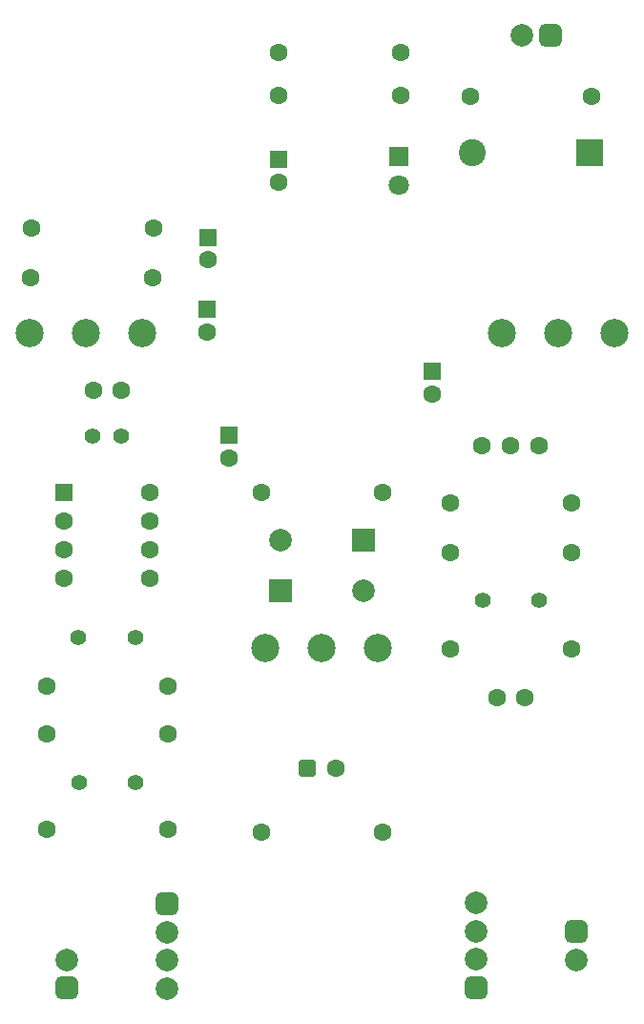
<source format=gbr>
%TF.GenerationSoftware,KiCad,Pcbnew,9.0.2*%
%TF.CreationDate,2025-07-08T13:26:24-05:00*%
%TF.ProjectId,Large Mouse Distortion,4c617267-6520-44d6-9f75-736520446973,rev?*%
%TF.SameCoordinates,Original*%
%TF.FileFunction,Soldermask,Top*%
%TF.FilePolarity,Negative*%
%FSLAX46Y46*%
G04 Gerber Fmt 4.6, Leading zero omitted, Abs format (unit mm)*
G04 Created by KiCad (PCBNEW 9.0.2) date 2025-07-08 13:26:24*
%MOMM*%
%LPD*%
G01*
G04 APERTURE LIST*
G04 Aperture macros list*
%AMRoundRect*
0 Rectangle with rounded corners*
0 $1 Rounding radius*
0 $2 $3 $4 $5 $6 $7 $8 $9 X,Y pos of 4 corners*
0 Add a 4 corners polygon primitive as box body*
4,1,4,$2,$3,$4,$5,$6,$7,$8,$9,$2,$3,0*
0 Add four circle primitives for the rounded corners*
1,1,$1+$1,$2,$3*
1,1,$1+$1,$4,$5*
1,1,$1+$1,$6,$7*
1,1,$1+$1,$8,$9*
0 Add four rect primitives between the rounded corners*
20,1,$1+$1,$2,$3,$4,$5,0*
20,1,$1+$1,$4,$5,$6,$7,0*
20,1,$1+$1,$6,$7,$8,$9,0*
20,1,$1+$1,$8,$9,$2,$3,0*%
G04 Aperture macros list end*
%ADD10C,1.600000*%
%ADD11C,2.000000*%
%ADD12R,2.000000X2.000000*%
%ADD13RoundRect,0.500000X-0.500000X0.500000X-0.500000X-0.500000X0.500000X-0.500000X0.500000X0.500000X0*%
%ADD14R,1.600000X1.600000*%
%ADD15R,1.800000X1.800000*%
%ADD16C,1.800000*%
%ADD17C,1.400000*%
%ADD18RoundRect,0.500000X0.500000X-0.500000X0.500000X0.500000X-0.500000X0.500000X-0.500000X-0.500000X0*%
%ADD19C,2.400000*%
%ADD20R,2.400000X2.400000*%
%ADD21RoundRect,0.500000X0.500000X0.500000X-0.500000X0.500000X-0.500000X-0.500000X0.500000X-0.500000X0*%
%ADD22RoundRect,0.400000X0.400000X0.400000X-0.400000X0.400000X-0.400000X-0.400000X0.400000X-0.400000X0*%
%ADD23C,2.500000*%
G04 APERTURE END LIST*
D10*
%TO.C,R17*%
X54168000Y109118400D03*
X43368000Y109118400D03*
%TD*%
%TO.C,R6*%
X41590000Y68681600D03*
X52390000Y68681600D03*
%TD*%
D11*
%TO.C,D2*%
X33926000Y65252600D03*
D12*
X26526000Y65252600D03*
%TD*%
D13*
%TO.C,J1*%
X16510000Y37492000D03*
D11*
X16510000Y34992000D03*
X16510000Y32492000D03*
X16510000Y29992000D03*
%TD*%
D10*
%TO.C,R18*%
X26400800Y109220000D03*
X37200800Y109220000D03*
%TD*%
%TO.C,R19*%
X24826000Y43815000D03*
X35626000Y43815000D03*
%TD*%
D14*
%TO.C,U1*%
X7366000Y74011400D03*
D10*
X7366000Y71471400D03*
X7366000Y68931400D03*
X7366000Y66391400D03*
X14986000Y66391400D03*
X14986000Y68931400D03*
X14986000Y71471400D03*
X14986000Y74011400D03*
%TD*%
D14*
%TO.C,C1*%
X20015200Y90204800D03*
D10*
X20015200Y88204800D03*
%TD*%
D15*
%TO.C,C10*%
X37058600Y103764400D03*
D16*
X37058600Y101264400D03*
%TD*%
D10*
%TO.C,R20*%
X37200800Y113030000D03*
X26400800Y113030000D03*
%TD*%
D14*
%TO.C,C5*%
X20116800Y96605600D03*
D10*
X20116800Y94605600D03*
%TD*%
D17*
%TO.C,C6*%
X13716000Y61087000D03*
X8636000Y61087000D03*
%TD*%
D11*
%TO.C,D1*%
X26526000Y69723000D03*
D12*
X33926000Y69723000D03*
%TD*%
D10*
%TO.C,R1*%
X15204400Y93014800D03*
X4404400Y93014800D03*
%TD*%
%TO.C,R7*%
X52390000Y73064990D03*
X41590000Y73064990D03*
%TD*%
%TO.C,R2*%
X15280600Y97459800D03*
X4480600Y97459800D03*
%TD*%
D17*
%TO.C,C4*%
X13676000Y48285400D03*
X8676000Y48285400D03*
%TD*%
D10*
%TO.C,R8*%
X16576000Y44119800D03*
X5776000Y44119800D03*
%TD*%
%TO.C,R12*%
X5776000Y52578000D03*
X16576000Y52578000D03*
%TD*%
%TO.C,C8*%
X48240000Y55753000D03*
X45740000Y55753000D03*
%TD*%
%TO.C,R3*%
X24826000Y73990200D03*
X35626000Y73990200D03*
%TD*%
D18*
%TO.C,J2*%
X43942000Y30072000D03*
D11*
X43942000Y32572000D03*
X43942000Y35072000D03*
X43942000Y37572000D03*
%TD*%
D13*
%TO.C,J5*%
X52832000Y35012000D03*
D11*
X52832000Y32512000D03*
%TD*%
D10*
%TO.C,R4*%
X52390000Y60121800D03*
X41590000Y60121800D03*
%TD*%
D19*
%TO.C,D4*%
X43588000Y104140000D03*
D20*
X53948000Y104140000D03*
%TD*%
D14*
%TO.C,C7*%
X21945600Y79044800D03*
D10*
X21945600Y77044800D03*
%TD*%
D14*
%TO.C,C12*%
X40005000Y84718400D03*
D10*
X40005000Y82718400D03*
%TD*%
D17*
%TO.C,C9*%
X49490000Y64389000D03*
X44490000Y64389000D03*
%TD*%
D10*
%TO.C,Q1*%
X49530000Y78105000D03*
X46990000Y78105000D03*
X44450000Y78105000D03*
%TD*%
D14*
%TO.C,C11*%
X26389800Y103541400D03*
D10*
X26389800Y101541400D03*
%TD*%
%TO.C,R5*%
X5776000Y56819800D03*
X16576000Y56819800D03*
%TD*%
D17*
%TO.C,C2*%
X9906000Y78994000D03*
X12446000Y78994000D03*
%TD*%
D21*
%TO.C,J3*%
X50506000Y114537000D03*
D11*
X48006000Y114537000D03*
%TD*%
D18*
%TO.C,J4*%
X7620000Y30012000D03*
D11*
X7620000Y32512000D03*
%TD*%
D10*
%TO.C,C3*%
X9926000Y83007200D03*
X12426000Y83007200D03*
%TD*%
%TO.C,D3*%
X31496000Y49530000D03*
D22*
X28956000Y49530000D03*
%TD*%
D23*
%TO.C,RV3*%
X56181000Y88140000D03*
X51181000Y88140000D03*
X46181000Y88140000D03*
%TD*%
%TO.C,RV2*%
X35226000Y60200000D03*
X30226000Y60200000D03*
X25226000Y60200000D03*
%TD*%
%TO.C,RV1*%
X14271000Y88140000D03*
X9271000Y88140000D03*
X4271000Y88140000D03*
%TD*%
M02*

</source>
